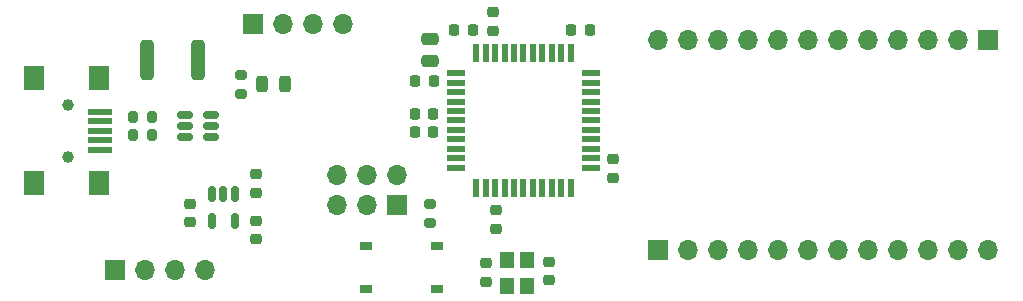
<source format=gbr>
%TF.GenerationSoftware,KiCad,Pcbnew,7.0.1*%
%TF.CreationDate,2023-04-11T01:40:26-06:00*%
%TF.ProjectId,ATMEGA_DevBoard,41544d45-4741-45f4-9465-76426f617264,rev?*%
%TF.SameCoordinates,Original*%
%TF.FileFunction,Soldermask,Top*%
%TF.FilePolarity,Negative*%
%FSLAX46Y46*%
G04 Gerber Fmt 4.6, Leading zero omitted, Abs format (unit mm)*
G04 Created by KiCad (PCBNEW 7.0.1) date 2023-04-11 01:40:26*
%MOMM*%
%LPD*%
G01*
G04 APERTURE LIST*
G04 Aperture macros list*
%AMRoundRect*
0 Rectangle with rounded corners*
0 $1 Rounding radius*
0 $2 $3 $4 $5 $6 $7 $8 $9 X,Y pos of 4 corners*
0 Add a 4 corners polygon primitive as box body*
4,1,4,$2,$3,$4,$5,$6,$7,$8,$9,$2,$3,0*
0 Add four circle primitives for the rounded corners*
1,1,$1+$1,$2,$3*
1,1,$1+$1,$4,$5*
1,1,$1+$1,$6,$7*
1,1,$1+$1,$8,$9*
0 Add four rect primitives between the rounded corners*
20,1,$1+$1,$2,$3,$4,$5,0*
20,1,$1+$1,$4,$5,$6,$7,0*
20,1,$1+$1,$6,$7,$8,$9,0*
20,1,$1+$1,$8,$9,$2,$3,0*%
G04 Aperture macros list end*
%ADD10R,1.700000X1.700000*%
%ADD11O,1.700000X1.700000*%
%ADD12RoundRect,0.225000X-0.250000X0.225000X-0.250000X-0.225000X0.250000X-0.225000X0.250000X0.225000X0*%
%ADD13RoundRect,0.225000X0.250000X-0.225000X0.250000X0.225000X-0.250000X0.225000X-0.250000X-0.225000X0*%
%ADD14R,1.200000X1.400000*%
%ADD15RoundRect,0.225000X0.225000X0.250000X-0.225000X0.250000X-0.225000X-0.250000X0.225000X-0.250000X0*%
%ADD16R,1.000000X0.700000*%
%ADD17C,1.000000*%
%ADD18R,2.000000X0.500000*%
%ADD19R,1.700000X2.000000*%
%ADD20RoundRect,0.200000X-0.275000X0.200000X-0.275000X-0.200000X0.275000X-0.200000X0.275000X0.200000X0*%
%ADD21RoundRect,0.150000X-0.512500X-0.150000X0.512500X-0.150000X0.512500X0.150000X-0.512500X0.150000X0*%
%ADD22RoundRect,0.243750X0.243750X0.456250X-0.243750X0.456250X-0.243750X-0.456250X0.243750X-0.456250X0*%
%ADD23R,1.500000X0.550000*%
%ADD24R,0.550000X1.500000*%
%ADD25RoundRect,0.200000X-0.200000X-0.275000X0.200000X-0.275000X0.200000X0.275000X-0.200000X0.275000X0*%
%ADD26RoundRect,0.150000X-0.150000X0.512500X-0.150000X-0.512500X0.150000X-0.512500X0.150000X0.512500X0*%
%ADD27RoundRect,0.250000X-0.312500X-1.450000X0.312500X-1.450000X0.312500X1.450000X-0.312500X1.450000X0*%
%ADD28RoundRect,0.225000X-0.225000X-0.250000X0.225000X-0.250000X0.225000X0.250000X-0.225000X0.250000X0*%
%ADD29RoundRect,0.250000X0.475000X-0.250000X0.475000X0.250000X-0.475000X0.250000X-0.475000X-0.250000X0*%
G04 APERTURE END LIST*
D10*
%TO.C,J6*%
X90170000Y-106426000D03*
D11*
X92710000Y-106426000D03*
X95250000Y-106426000D03*
X97790000Y-106426000D03*
%TD*%
%TO.C,J5*%
X109474000Y-85598000D03*
X106934000Y-85598000D03*
X104394000Y-85598000D03*
D10*
X101854000Y-85598000D03*
%TD*%
D12*
%TO.C,C2*%
X126869500Y-105699500D03*
X126869500Y-107249500D03*
%TD*%
D10*
%TO.C,J4*%
X164084000Y-86879583D03*
D11*
X161544000Y-86879583D03*
X159004000Y-86879583D03*
X156464000Y-86879583D03*
X153924000Y-86879583D03*
X151384000Y-86879583D03*
X148844000Y-86879583D03*
X146304000Y-86879583D03*
X143764000Y-86879583D03*
X141224000Y-86879583D03*
X138684000Y-86879583D03*
X136144000Y-86879583D03*
%TD*%
D13*
%TO.C,C12*%
X122174000Y-86119000D03*
X122174000Y-84569000D03*
%TD*%
D14*
%TO.C,Y1*%
X125052500Y-107701500D03*
X125052500Y-105501500D03*
X123352500Y-105501500D03*
X123352500Y-107701500D03*
%TD*%
D10*
%TO.C,J1*%
X114031000Y-100858000D03*
D11*
X114031000Y-98318000D03*
X111491000Y-100858000D03*
X111491000Y-98318000D03*
X108951000Y-100858000D03*
X108951000Y-98318000D03*
%TD*%
D15*
%TO.C,C10*%
X117094000Y-94742000D03*
X115544000Y-94742000D03*
%TD*%
D16*
%TO.C,S3*%
X117395500Y-108022000D03*
X111395500Y-108022000D03*
X117395500Y-104322000D03*
X111395500Y-104322000D03*
%TD*%
D15*
%TO.C,C6*%
X117107000Y-90424000D03*
X115557000Y-90424000D03*
%TD*%
D17*
%TO.C,J2*%
X86162000Y-92410000D03*
X86162000Y-96810000D03*
D18*
X88862000Y-93010000D03*
X88862000Y-93810000D03*
X88862000Y-94610000D03*
X88862000Y-95410000D03*
X88862000Y-96210000D03*
D19*
X88762000Y-90160000D03*
X83312000Y-90160000D03*
X88762000Y-99060000D03*
X83312000Y-99060000D03*
%TD*%
D12*
%TO.C,C7*%
X122428000Y-101333000D03*
X122428000Y-102883000D03*
%TD*%
D10*
%TO.C,J3*%
X136110585Y-104659583D03*
D11*
X138650585Y-104659583D03*
X141190585Y-104659583D03*
X143730585Y-104659583D03*
X146270585Y-104659583D03*
X148810585Y-104659583D03*
X151350585Y-104659583D03*
X153890585Y-104659583D03*
X156430585Y-104659583D03*
X158970585Y-104659583D03*
X161510585Y-104659583D03*
X164050585Y-104659583D03*
%TD*%
D20*
%TO.C,R13*%
X116840000Y-100775000D03*
X116840000Y-102425000D03*
%TD*%
D21*
%TO.C,U4*%
X96028115Y-93231688D03*
X96028115Y-94181688D03*
X96028115Y-95131688D03*
X98303115Y-95131688D03*
X98303115Y-94181688D03*
X98303115Y-93231688D03*
%TD*%
D13*
%TO.C,C15*%
X96520000Y-102362000D03*
X96520000Y-100812000D03*
%TD*%
D22*
%TO.C,D3*%
X104491000Y-90678000D03*
X102616000Y-90678000D03*
%TD*%
D23*
%TO.C,U3*%
X119014000Y-89726000D03*
X119014000Y-90526000D03*
X119014000Y-91326000D03*
X119014000Y-92126000D03*
X119014000Y-92926000D03*
X119014000Y-93726000D03*
X119014000Y-94526000D03*
X119014000Y-95326000D03*
X119014000Y-96126000D03*
X119014000Y-96926000D03*
X119014000Y-97726000D03*
D24*
X120714000Y-99426000D03*
X121514000Y-99426000D03*
X122314000Y-99426000D03*
X123114000Y-99426000D03*
X123914000Y-99426000D03*
X124714000Y-99426000D03*
X125514000Y-99426000D03*
X126314000Y-99426000D03*
X127114000Y-99426000D03*
X127914000Y-99426000D03*
X128714000Y-99426000D03*
D23*
X130414000Y-97726000D03*
X130414000Y-96926000D03*
X130414000Y-96126000D03*
X130414000Y-95326000D03*
X130414000Y-94526000D03*
X130414000Y-93726000D03*
X130414000Y-92926000D03*
X130414000Y-92126000D03*
X130414000Y-91326000D03*
X130414000Y-90526000D03*
X130414000Y-89726000D03*
D24*
X128714000Y-88026000D03*
X127914000Y-88026000D03*
X127114000Y-88026000D03*
X126314000Y-88026000D03*
X125514000Y-88026000D03*
X124714000Y-88026000D03*
X123914000Y-88026000D03*
X123114000Y-88026000D03*
X122314000Y-88026000D03*
X121514000Y-88026000D03*
X120714000Y-88026000D03*
%TD*%
D15*
%TO.C,C11*%
X120409000Y-86106000D03*
X118859000Y-86106000D03*
%TD*%
D25*
%TO.C,R15*%
X91631911Y-93445905D03*
X93281911Y-93445905D03*
%TD*%
D26*
%TO.C,U5*%
X100264000Y-99954500D03*
X99314000Y-99954500D03*
X98364000Y-99954500D03*
X98364000Y-102229500D03*
X100264000Y-102229500D03*
%TD*%
D25*
%TO.C,R14*%
X91631000Y-94996000D03*
X93281000Y-94996000D03*
%TD*%
D12*
%TO.C,C5*%
X132321000Y-97028000D03*
X132321000Y-98578000D03*
%TD*%
%TO.C,C3*%
X121535500Y-105826500D03*
X121535500Y-107376500D03*
%TD*%
%TO.C,C14*%
X102108000Y-102209000D03*
X102108000Y-103759000D03*
%TD*%
D20*
%TO.C,R16*%
X100838000Y-89853000D03*
X100838000Y-91503000D03*
%TD*%
D13*
%TO.C,C13*%
X102108000Y-99848000D03*
X102108000Y-98298000D03*
%TD*%
D27*
%TO.C,F1*%
X92858500Y-88646000D03*
X97133500Y-88646000D03*
%TD*%
D28*
%TO.C,C4*%
X128778000Y-86106000D03*
X130328000Y-86106000D03*
%TD*%
D15*
%TO.C,C9*%
X117094000Y-93218000D03*
X115544000Y-93218000D03*
%TD*%
D29*
%TO.C,C8*%
X116840000Y-88707000D03*
X116840000Y-86807000D03*
%TD*%
M02*

</source>
